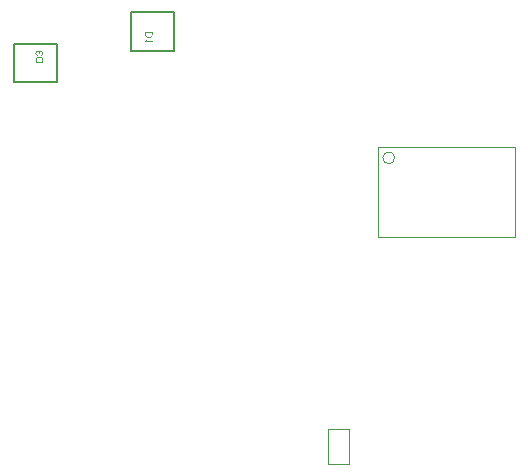
<source format=gbr>
%TF.GenerationSoftware,Altium Limited,Altium Designer,20.0.13 (296)*%
G04 Layer_Color=8388736*
%FSLAX26Y26*%
%MOIN*%
%TF.FileFunction,Other,Bottom_Assembly*%
%TF.Part,Single*%
G01*
G75*
%TA.AperFunction,NonConductor*%
%ADD106C,0.007874*%
%ADD189C,0.003937*%
G36*
X615000Y1615918D02*
X614982Y1615099D01*
X614964Y1614699D01*
X614927Y1614335D01*
X614909Y1613971D01*
X614873Y1613643D01*
X614836Y1613334D01*
X614782Y1613043D01*
X614745Y1612788D01*
X614709Y1612551D01*
X614672Y1612351D01*
X614654Y1612187D01*
X614618Y1612060D01*
X614600Y1611951D01*
X614581Y1611896D01*
Y1611878D01*
X614399Y1611241D01*
X614199Y1610658D01*
X614090Y1610404D01*
X613999Y1610149D01*
X613890Y1609930D01*
X613781Y1609712D01*
X613690Y1609530D01*
X613599Y1609366D01*
X613526Y1609221D01*
X613453Y1609093D01*
X613398Y1609002D01*
X613362Y1608929D01*
X613326Y1608893D01*
Y1608875D01*
X612980Y1608420D01*
X612616Y1607983D01*
X612234Y1607601D01*
X611870Y1607255D01*
X611542Y1606982D01*
X611396Y1606855D01*
X611269Y1606764D01*
X611178Y1606691D01*
X611087Y1606636D01*
X611051Y1606600D01*
X611032Y1606582D01*
X610450Y1606199D01*
X609849Y1605872D01*
X609231Y1605562D01*
X608648Y1605326D01*
X608393Y1605217D01*
X608139Y1605126D01*
X607920Y1605035D01*
X607738Y1604980D01*
X607593Y1604925D01*
X607465Y1604889D01*
X607392Y1604853D01*
X607374D01*
X606519Y1604634D01*
X605645Y1604470D01*
X604790Y1604343D01*
X604371Y1604307D01*
X603989Y1604270D01*
X603625Y1604234D01*
X603297Y1604216D01*
X603006Y1604197D01*
X602770D01*
X602551Y1604179D01*
X602406D01*
X602315D01*
X602278D01*
X601659Y1604197D01*
X601059Y1604216D01*
X600476Y1604270D01*
X599930Y1604343D01*
X599403Y1604416D01*
X598911Y1604489D01*
X598438Y1604580D01*
X598019Y1604671D01*
X597637Y1604780D01*
X597291Y1604871D01*
X597000Y1604944D01*
X596745Y1605016D01*
X596545Y1605089D01*
X596418Y1605144D01*
X596327Y1605162D01*
X596290Y1605180D01*
X595817Y1605380D01*
X595344Y1605599D01*
X594925Y1605817D01*
X594507Y1606054D01*
X594125Y1606309D01*
X593779Y1606563D01*
X593451Y1606800D01*
X593142Y1607037D01*
X592887Y1607273D01*
X592650Y1607473D01*
X592450Y1607674D01*
X592286Y1607837D01*
X592159Y1607965D01*
X592050Y1608074D01*
X591995Y1608147D01*
X591977Y1608165D01*
X591740Y1608456D01*
X591522Y1608766D01*
X591158Y1609384D01*
X590830Y1610003D01*
X590594Y1610567D01*
X590485Y1610840D01*
X590412Y1611077D01*
X590339Y1611295D01*
X590266Y1611477D01*
X590230Y1611641D01*
X590193Y1611750D01*
X590175Y1611823D01*
Y1611841D01*
X590102Y1612151D01*
X590048Y1612478D01*
X590011Y1612824D01*
X589957Y1613188D01*
X589902Y1613934D01*
X589848Y1614662D01*
Y1615008D01*
X589829Y1615318D01*
Y1615609D01*
X589811Y1615845D01*
Y1625000D01*
X615000D01*
Y1615918D01*
D02*
G37*
G36*
X598820Y1597937D02*
X598565Y1597372D01*
X598311Y1596826D01*
X598056Y1596317D01*
X597928Y1596098D01*
X597819Y1595880D01*
X597710Y1595698D01*
X597619Y1595552D01*
X597564Y1595425D01*
X597510Y1595316D01*
X597473Y1595261D01*
X597455Y1595243D01*
X597055Y1594588D01*
X596855Y1594297D01*
X596673Y1594005D01*
X596472Y1593751D01*
X596309Y1593514D01*
X596127Y1593296D01*
X595981Y1593077D01*
X595835Y1592913D01*
X595708Y1592750D01*
X595581Y1592604D01*
X595490Y1592495D01*
X595417Y1592404D01*
X595362Y1592349D01*
X595326Y1592313D01*
X595308Y1592295D01*
X615000D01*
Y1589201D01*
X589720D01*
Y1591203D01*
X590030Y1591366D01*
X590339Y1591548D01*
X590940Y1591967D01*
X591504Y1592422D01*
X591777Y1592659D01*
X592032Y1592877D01*
X592250Y1593095D01*
X592468Y1593296D01*
X592650Y1593478D01*
X592814Y1593641D01*
X592942Y1593769D01*
X593033Y1593860D01*
X593087Y1593933D01*
X593105Y1593951D01*
X593724Y1594697D01*
X594288Y1595480D01*
X594798Y1596244D01*
X595016Y1596608D01*
X595235Y1596954D01*
X595417Y1597263D01*
X595581Y1597554D01*
X595726Y1597827D01*
X595835Y1598046D01*
X595926Y1598228D01*
X595999Y1598373D01*
X596036Y1598446D01*
X596054Y1598483D01*
X599039D01*
X598820Y1597937D01*
D02*
G37*
G36*
X232881Y1560641D02*
X233299Y1560604D01*
X233700Y1560550D01*
X234082Y1560459D01*
X234446Y1560368D01*
X234773Y1560277D01*
X235083Y1560149D01*
X235374Y1560040D01*
X235629Y1559931D01*
X235847Y1559822D01*
X236029Y1559712D01*
X236193Y1559621D01*
X236320Y1559530D01*
X236411Y1559476D01*
X236466Y1559439D01*
X236484Y1559421D01*
X236775Y1559185D01*
X237048Y1558912D01*
X237285Y1558639D01*
X237503Y1558366D01*
X237704Y1558074D01*
X237867Y1557783D01*
X238031Y1557492D01*
X238159Y1557219D01*
X238286Y1556964D01*
X238377Y1556728D01*
X238468Y1556509D01*
X238523Y1556309D01*
X238577Y1556163D01*
X238614Y1556036D01*
X238632Y1555963D01*
Y1555945D01*
X238777Y1556254D01*
X238941Y1556546D01*
X239123Y1556819D01*
X239287Y1557073D01*
X239469Y1557310D01*
X239651Y1557510D01*
X239815Y1557710D01*
X239979Y1557874D01*
X240142Y1558038D01*
X240288Y1558165D01*
X240415Y1558275D01*
X240525Y1558366D01*
X240616Y1558438D01*
X240688Y1558493D01*
X240725Y1558511D01*
X240743Y1558529D01*
X240998Y1558693D01*
X241253Y1558821D01*
X241526Y1558948D01*
X241780Y1559039D01*
X242272Y1559203D01*
X242745Y1559312D01*
X242945Y1559348D01*
X243145Y1559367D01*
X243309Y1559403D01*
X243455D01*
X243564Y1559421D01*
X243655D01*
X243710D01*
X243728D01*
X244055Y1559403D01*
X244365Y1559385D01*
X244965Y1559276D01*
X245511Y1559130D01*
X245748Y1559039D01*
X245985Y1558966D01*
X246203Y1558875D01*
X246385Y1558784D01*
X246567Y1558711D01*
X246694Y1558639D01*
X246822Y1558584D01*
X246895Y1558529D01*
X246949Y1558511D01*
X246967Y1558493D01*
X247240Y1558311D01*
X247513Y1558111D01*
X247987Y1557692D01*
X248405Y1557255D01*
X248751Y1556819D01*
X248897Y1556618D01*
X249024Y1556436D01*
X249133Y1556273D01*
X249224Y1556127D01*
X249297Y1556000D01*
X249352Y1555909D01*
X249370Y1555854D01*
X249388Y1555836D01*
X249552Y1555508D01*
X249679Y1555181D01*
X249807Y1554853D01*
X249898Y1554507D01*
X250061Y1553870D01*
X250116Y1553579D01*
X250171Y1553288D01*
X250207Y1553033D01*
X250225Y1552796D01*
X250262Y1552578D01*
Y1552396D01*
X250280Y1552250D01*
Y1552050D01*
X250262Y1551504D01*
X250207Y1550976D01*
X250116Y1550467D01*
X250007Y1549994D01*
X249879Y1549557D01*
X249734Y1549156D01*
X249588Y1548774D01*
X249424Y1548428D01*
X249261Y1548119D01*
X249115Y1547846D01*
X248969Y1547609D01*
X248842Y1547409D01*
X248733Y1547245D01*
X248642Y1547136D01*
X248587Y1547063D01*
X248569Y1547045D01*
X248241Y1546681D01*
X247877Y1546354D01*
X247495Y1546062D01*
X247095Y1545808D01*
X246694Y1545571D01*
X246294Y1545353D01*
X245894Y1545171D01*
X245511Y1545007D01*
X245147Y1544879D01*
X244820Y1544770D01*
X244529Y1544679D01*
X244256Y1544606D01*
X244037Y1544552D01*
X243892Y1544515D01*
X243782Y1544479D01*
X243764D01*
X243746D01*
X243200Y1547573D01*
X243619Y1547646D01*
X244001Y1547737D01*
X244347Y1547828D01*
X244674Y1547955D01*
X244984Y1548064D01*
X245257Y1548210D01*
X245511Y1548337D01*
X245748Y1548465D01*
X245930Y1548592D01*
X246112Y1548701D01*
X246258Y1548811D01*
X246367Y1548902D01*
X246458Y1548993D01*
X246531Y1549047D01*
X246567Y1549084D01*
X246585Y1549102D01*
X246785Y1549338D01*
X246967Y1549575D01*
X247113Y1549830D01*
X247240Y1550085D01*
X247368Y1550339D01*
X247459Y1550576D01*
X247586Y1551049D01*
X247641Y1551268D01*
X247677Y1551468D01*
X247695Y1551650D01*
X247714Y1551814D01*
X247732Y1551923D01*
Y1552105D01*
X247714Y1552432D01*
X247677Y1552760D01*
X247623Y1553051D01*
X247550Y1553342D01*
X247477Y1553597D01*
X247368Y1553852D01*
X247277Y1554070D01*
X247168Y1554271D01*
X247058Y1554453D01*
X246967Y1554616D01*
X246858Y1554744D01*
X246785Y1554871D01*
X246713Y1554962D01*
X246658Y1555017D01*
X246622Y1555053D01*
X246603Y1555071D01*
X246385Y1555272D01*
X246167Y1555454D01*
X245930Y1555617D01*
X245693Y1555745D01*
X245457Y1555854D01*
X245220Y1555945D01*
X244783Y1556091D01*
X244583Y1556145D01*
X244401Y1556182D01*
X244219Y1556200D01*
X244092Y1556218D01*
X243964Y1556236D01*
X243873D01*
X243819D01*
X243801D01*
X243418Y1556218D01*
X243054Y1556163D01*
X242709Y1556091D01*
X242399Y1555981D01*
X242108Y1555872D01*
X241853Y1555745D01*
X241617Y1555599D01*
X241398Y1555454D01*
X241216Y1555290D01*
X241052Y1555162D01*
X240925Y1555017D01*
X240816Y1554908D01*
X240725Y1554798D01*
X240670Y1554726D01*
X240634Y1554671D01*
X240616Y1554653D01*
X240434Y1554362D01*
X240288Y1554052D01*
X240142Y1553743D01*
X240033Y1553433D01*
X239851Y1552833D01*
X239778Y1552560D01*
X239724Y1552287D01*
X239687Y1552032D01*
X239651Y1551814D01*
X239633Y1551613D01*
X239615Y1551431D01*
X239596Y1551304D01*
Y1550958D01*
X239615Y1550794D01*
Y1550722D01*
X239633Y1550667D01*
Y1550612D01*
X236921Y1550267D01*
X237030Y1550740D01*
X237103Y1551158D01*
X237176Y1551522D01*
X237212Y1551850D01*
X237230Y1552105D01*
X237249Y1552287D01*
Y1552451D01*
X237230Y1552851D01*
X237194Y1553215D01*
X237121Y1553579D01*
X237030Y1553907D01*
X236921Y1554216D01*
X236812Y1554507D01*
X236684Y1554780D01*
X236557Y1555017D01*
X236430Y1555235D01*
X236302Y1555435D01*
X236193Y1555599D01*
X236084Y1555727D01*
X235993Y1555836D01*
X235920Y1555927D01*
X235884Y1555963D01*
X235865Y1555981D01*
X235592Y1556236D01*
X235319Y1556436D01*
X235028Y1556637D01*
X234737Y1556800D01*
X234446Y1556928D01*
X234155Y1557037D01*
X233863Y1557128D01*
X233590Y1557201D01*
X233336Y1557274D01*
X233099Y1557310D01*
X232881Y1557346D01*
X232717Y1557365D01*
X232553Y1557383D01*
X232444D01*
X232371D01*
X232353D01*
X231952Y1557365D01*
X231552Y1557310D01*
X231188Y1557237D01*
X230842Y1557146D01*
X230496Y1557037D01*
X230205Y1556910D01*
X229914Y1556764D01*
X229659Y1556637D01*
X229423Y1556491D01*
X229222Y1556345D01*
X229040Y1556218D01*
X228895Y1556109D01*
X228767Y1556018D01*
X228695Y1555945D01*
X228640Y1555890D01*
X228622Y1555872D01*
X228349Y1555581D01*
X228130Y1555290D01*
X227930Y1554980D01*
X227748Y1554671D01*
X227603Y1554362D01*
X227475Y1554052D01*
X227384Y1553743D01*
X227293Y1553470D01*
X227239Y1553197D01*
X227184Y1552960D01*
X227166Y1552742D01*
X227129Y1552542D01*
Y1552396D01*
X227111Y1552269D01*
Y1552178D01*
X227129Y1551832D01*
X227166Y1551522D01*
X227220Y1551213D01*
X227293Y1550922D01*
X227384Y1550649D01*
X227475Y1550394D01*
X227584Y1550157D01*
X227694Y1549939D01*
X227785Y1549739D01*
X227894Y1549575D01*
X227985Y1549411D01*
X228076Y1549302D01*
X228149Y1549193D01*
X228203Y1549120D01*
X228240Y1549084D01*
X228258Y1549065D01*
X228494Y1548829D01*
X228749Y1548629D01*
X229040Y1548428D01*
X229350Y1548246D01*
X229969Y1547937D01*
X230606Y1547682D01*
X230897Y1547591D01*
X231170Y1547500D01*
X231406Y1547427D01*
X231625Y1547373D01*
X231807Y1547318D01*
X231952Y1547282D01*
X232025Y1547264D01*
X232062D01*
X231643Y1544170D01*
X231061Y1544242D01*
X230515Y1544352D01*
X230005Y1544515D01*
X229514Y1544679D01*
X229059Y1544879D01*
X228640Y1545080D01*
X228240Y1545298D01*
X227894Y1545516D01*
X227584Y1545735D01*
X227311Y1545935D01*
X227075Y1546135D01*
X226875Y1546299D01*
X226711Y1546445D01*
X226602Y1546554D01*
X226529Y1546627D01*
X226511Y1546645D01*
X226165Y1547063D01*
X225855Y1547518D01*
X225601Y1547973D01*
X225382Y1548428D01*
X225182Y1548902D01*
X225018Y1549357D01*
X224891Y1549812D01*
X224800Y1550230D01*
X224709Y1550631D01*
X224654Y1550995D01*
X224600Y1551322D01*
X224581Y1551613D01*
X224563Y1551832D01*
X224545Y1552014D01*
Y1552159D01*
X224563Y1552833D01*
X224636Y1553470D01*
X224763Y1554089D01*
X224909Y1554653D01*
X225073Y1555199D01*
X225273Y1555690D01*
X225473Y1556163D01*
X225692Y1556582D01*
X225910Y1556946D01*
X226110Y1557292D01*
X226310Y1557565D01*
X226474Y1557801D01*
X226620Y1558002D01*
X226747Y1558129D01*
X226820Y1558202D01*
X226838Y1558238D01*
X227275Y1558657D01*
X227730Y1559039D01*
X228203Y1559367D01*
X228676Y1559640D01*
X229150Y1559876D01*
X229623Y1560076D01*
X230060Y1560222D01*
X230496Y1560349D01*
X230897Y1560459D01*
X231261Y1560531D01*
X231588Y1560586D01*
X231880Y1560622D01*
X232098Y1560641D01*
X232280Y1560659D01*
X232389D01*
X232426D01*
X232881Y1560641D01*
D02*
G37*
G36*
X238341Y1540803D02*
X238941Y1540784D01*
X239524Y1540730D01*
X240070Y1540657D01*
X240597Y1540584D01*
X241089Y1540511D01*
X241562Y1540420D01*
X241981Y1540329D01*
X242363Y1540220D01*
X242709Y1540129D01*
X243000Y1540056D01*
X243255Y1539984D01*
X243455Y1539911D01*
X243582Y1539856D01*
X243673Y1539838D01*
X243710Y1539820D01*
X244183Y1539620D01*
X244656Y1539401D01*
X245075Y1539183D01*
X245493Y1538946D01*
X245875Y1538691D01*
X246221Y1538437D01*
X246549Y1538200D01*
X246858Y1537963D01*
X247113Y1537727D01*
X247350Y1537527D01*
X247550Y1537326D01*
X247714Y1537163D01*
X247841Y1537035D01*
X247950Y1536926D01*
X248005Y1536853D01*
X248023Y1536835D01*
X248260Y1536544D01*
X248478Y1536234D01*
X248842Y1535616D01*
X249170Y1534997D01*
X249406Y1534433D01*
X249515Y1534160D01*
X249588Y1533923D01*
X249661Y1533705D01*
X249734Y1533523D01*
X249770Y1533359D01*
X249807Y1533250D01*
X249825Y1533177D01*
Y1533159D01*
X249898Y1532849D01*
X249952Y1532522D01*
X249989Y1532176D01*
X250043Y1531812D01*
X250098Y1531066D01*
X250152Y1530338D01*
Y1529992D01*
X250171Y1529682D01*
Y1529391D01*
X250189Y1529155D01*
Y1520000D01*
X225000D01*
Y1529082D01*
X225018Y1529901D01*
X225036Y1530301D01*
X225073Y1530665D01*
X225091Y1531029D01*
X225127Y1531357D01*
X225164Y1531666D01*
X225218Y1531957D01*
X225255Y1532212D01*
X225291Y1532449D01*
X225328Y1532649D01*
X225346Y1532813D01*
X225382Y1532940D01*
X225400Y1533049D01*
X225419Y1533104D01*
Y1533122D01*
X225601Y1533759D01*
X225801Y1534342D01*
X225910Y1534596D01*
X226001Y1534851D01*
X226110Y1535070D01*
X226219Y1535288D01*
X226310Y1535470D01*
X226401Y1535634D01*
X226474Y1535779D01*
X226547Y1535907D01*
X226602Y1535998D01*
X226638Y1536071D01*
X226674Y1536107D01*
Y1536125D01*
X227020Y1536580D01*
X227384Y1537017D01*
X227766Y1537399D01*
X228130Y1537745D01*
X228458Y1538018D01*
X228604Y1538145D01*
X228731Y1538236D01*
X228822Y1538309D01*
X228913Y1538364D01*
X228949Y1538400D01*
X228968Y1538418D01*
X229550Y1538801D01*
X230151Y1539128D01*
X230769Y1539438D01*
X231352Y1539674D01*
X231607Y1539783D01*
X231861Y1539874D01*
X232080Y1539965D01*
X232262Y1540020D01*
X232407Y1540075D01*
X232535Y1540111D01*
X232608Y1540147D01*
X232626D01*
X233481Y1540366D01*
X234355Y1540530D01*
X235210Y1540657D01*
X235629Y1540693D01*
X236011Y1540730D01*
X236375Y1540766D01*
X236703Y1540784D01*
X236994Y1540803D01*
X237230D01*
X237449Y1540821D01*
X237594D01*
X237685D01*
X237722D01*
X238341Y1540803D01*
D02*
G37*
%LPC*%
G36*
X612033Y1621669D02*
X592778D01*
Y1615845D01*
X592796Y1615354D01*
X592832Y1614899D01*
X592851Y1614462D01*
X592905Y1614080D01*
X592942Y1613716D01*
X592996Y1613407D01*
X593033Y1613115D01*
X593087Y1612879D01*
X593142Y1612660D01*
X593178Y1612478D01*
X593215Y1612333D01*
X593251Y1612224D01*
X593287Y1612133D01*
X593306Y1612096D01*
Y1612078D01*
X593451Y1611732D01*
X593633Y1611405D01*
X593833Y1611095D01*
X594052Y1610804D01*
X594288Y1610531D01*
X594525Y1610258D01*
X594762Y1610021D01*
X594998Y1609803D01*
X595235Y1609603D01*
X595453Y1609439D01*
X595653Y1609293D01*
X595817Y1609166D01*
X595963Y1609057D01*
X596072Y1608984D01*
X596145Y1608948D01*
X596163Y1608929D01*
X596582Y1608693D01*
X597037Y1608493D01*
X597510Y1608329D01*
X598001Y1608165D01*
X598511Y1608038D01*
X599002Y1607947D01*
X599512Y1607856D01*
X599985Y1607783D01*
X600440Y1607728D01*
X600859Y1607692D01*
X601241Y1607655D01*
X601568Y1607637D01*
X601841Y1607619D01*
X601951D01*
X602042D01*
X602133D01*
X602187D01*
X602205D01*
X602224D01*
X602751D01*
X603261Y1607655D01*
X603734Y1607674D01*
X604189Y1607728D01*
X604608Y1607783D01*
X605008Y1607837D01*
X605390Y1607892D01*
X605718Y1607947D01*
X606027Y1608019D01*
X606300Y1608074D01*
X606537Y1608129D01*
X606719Y1608183D01*
X606883Y1608238D01*
X606992Y1608256D01*
X607065Y1608292D01*
X607083D01*
X607447Y1608420D01*
X607793Y1608565D01*
X608120Y1608711D01*
X608430Y1608857D01*
X608703Y1609002D01*
X608976Y1609166D01*
X609212Y1609312D01*
X609431Y1609457D01*
X609613Y1609603D01*
X609795Y1609730D01*
X609940Y1609839D01*
X610050Y1609930D01*
X610141Y1610021D01*
X610213Y1610076D01*
X610250Y1610112D01*
X610268Y1610131D01*
X610559Y1610476D01*
X610832Y1610840D01*
X611051Y1611223D01*
X611233Y1611587D01*
X611378Y1611914D01*
X611451Y1612042D01*
X611487Y1612169D01*
X611524Y1612260D01*
X611560Y1612351D01*
X611578Y1612387D01*
Y1612406D01*
X611651Y1612679D01*
X611724Y1612970D01*
X611833Y1613607D01*
X611924Y1614262D01*
X611979Y1614881D01*
X611997Y1615172D01*
X612015Y1615445D01*
Y1615682D01*
X612033Y1615882D01*
Y1621669D01*
D02*
G37*
G36*
X238159Y1537381D02*
X238049D01*
X237958D01*
X237867D01*
X237813D01*
X237795D01*
X237776D01*
X237249D01*
X236739Y1537345D01*
X236266Y1537326D01*
X235811Y1537272D01*
X235392Y1537217D01*
X234992Y1537163D01*
X234610Y1537108D01*
X234282Y1537053D01*
X233973Y1536981D01*
X233700Y1536926D01*
X233463Y1536871D01*
X233281Y1536817D01*
X233117Y1536762D01*
X233008Y1536744D01*
X232935Y1536708D01*
X232917D01*
X232553Y1536580D01*
X232207Y1536435D01*
X231880Y1536289D01*
X231570Y1536143D01*
X231297Y1535998D01*
X231024Y1535834D01*
X230788Y1535688D01*
X230569Y1535543D01*
X230387Y1535397D01*
X230205Y1535270D01*
X230060Y1535161D01*
X229950Y1535070D01*
X229859Y1534979D01*
X229787Y1534924D01*
X229750Y1534888D01*
X229732Y1534869D01*
X229441Y1534524D01*
X229168Y1534160D01*
X228949Y1533777D01*
X228767Y1533413D01*
X228622Y1533086D01*
X228549Y1532958D01*
X228513Y1532831D01*
X228476Y1532740D01*
X228440Y1532649D01*
X228422Y1532613D01*
Y1532594D01*
X228349Y1532321D01*
X228276Y1532030D01*
X228167Y1531393D01*
X228076Y1530738D01*
X228021Y1530119D01*
X228003Y1529828D01*
X227985Y1529555D01*
Y1529318D01*
X227967Y1529118D01*
Y1523331D01*
X247222D01*
Y1529155D01*
X247204Y1529646D01*
X247168Y1530101D01*
X247149Y1530538D01*
X247095Y1530920D01*
X247058Y1531284D01*
X247004Y1531593D01*
X246967Y1531885D01*
X246913Y1532121D01*
X246858Y1532340D01*
X246822Y1532522D01*
X246785Y1532667D01*
X246749Y1532776D01*
X246713Y1532867D01*
X246694Y1532904D01*
Y1532922D01*
X246549Y1533268D01*
X246367Y1533595D01*
X246167Y1533905D01*
X245948Y1534196D01*
X245712Y1534469D01*
X245475Y1534742D01*
X245238Y1534979D01*
X245002Y1535197D01*
X244765Y1535397D01*
X244547Y1535561D01*
X244347Y1535707D01*
X244183Y1535834D01*
X244037Y1535943D01*
X243928Y1536016D01*
X243855Y1536052D01*
X243837Y1536071D01*
X243418Y1536307D01*
X242963Y1536507D01*
X242490Y1536671D01*
X241999Y1536835D01*
X241489Y1536962D01*
X240998Y1537053D01*
X240488Y1537144D01*
X240015Y1537217D01*
X239560Y1537272D01*
X239141Y1537308D01*
X238759Y1537345D01*
X238432Y1537363D01*
X238159Y1537381D01*
D02*
G37*
%LPD*%
D106*
X687835Y1561220D02*
Y1688780D01*
X542165D02*
X687835D01*
X542165Y1561220D02*
X687835D01*
X542165D02*
Y1688780D01*
X297835Y1456220D02*
Y1583780D01*
X152165D02*
X297835D01*
X152165Y1456220D02*
X297835D01*
X152165D02*
Y1583780D01*
D189*
X1421772Y1204173D02*
G03*
X1421772Y1204173I-19685J0D01*
G01*
X1366653Y1239606D02*
X1823347D01*
X1366653Y940394D02*
X1823347D01*
X1366653D02*
Y1239606D01*
X1823347Y940394D02*
Y1239606D01*
X1270039Y183346D02*
Y301457D01*
X1201142Y183346D02*
Y301457D01*
X1270039D01*
X1201142Y183346D02*
X1270039D01*
%TF.MD5,5c74bbf5513f2f88c562bc0a5c46073e*%
M02*

</source>
